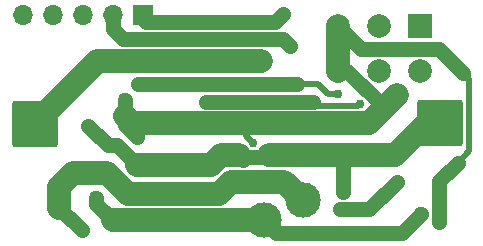
<source format=gbr>
%TF.GenerationSoftware,KiCad,Pcbnew,7.0.11+dfsg-1build4*%
%TF.CreationDate,2025-11-28T20:59:08+01:00*%
%TF.ProjectId,ParaMETEO-reset-adapter,50617261-4d45-4544-954f-2d7265736574,rev?*%
%TF.SameCoordinates,Original*%
%TF.FileFunction,Copper,L2,Bot*%
%TF.FilePolarity,Positive*%
%FSLAX46Y46*%
G04 Gerber Fmt 4.6, Leading zero omitted, Abs format (unit mm)*
G04 Created by KiCad (PCBNEW 7.0.11+dfsg-1build4) date 2025-11-28 20:59:08*
%MOMM*%
%LPD*%
G01*
G04 APERTURE LIST*
G04 Aperture macros list*
%AMRoundRect*
0 Rectangle with rounded corners*
0 $1 Rounding radius*
0 $2 $3 $4 $5 $6 $7 $8 $9 X,Y pos of 4 corners*
0 Add a 4 corners polygon primitive as box body*
4,1,4,$2,$3,$4,$5,$6,$7,$8,$9,$2,$3,0*
0 Add four circle primitives for the rounded corners*
1,1,$1+$1,$2,$3*
1,1,$1+$1,$4,$5*
1,1,$1+$1,$6,$7*
1,1,$1+$1,$8,$9*
0 Add four rect primitives between the rounded corners*
20,1,$1+$1,$2,$3,$4,$5,0*
20,1,$1+$1,$4,$5,$6,$7,0*
20,1,$1+$1,$6,$7,$8,$9,0*
20,1,$1+$1,$8,$9,$2,$3,0*%
G04 Aperture macros list end*
%TA.AperFunction,ComponentPad*%
%ADD10RoundRect,0.250002X-1.699998X-1.699998X1.699998X-1.699998X1.699998X1.699998X-1.699998X1.699998X0*%
%TD*%
%TA.AperFunction,ComponentPad*%
%ADD11R,1.700000X1.700000*%
%TD*%
%TA.AperFunction,ComponentPad*%
%ADD12O,1.700000X1.700000*%
%TD*%
%TA.AperFunction,ComponentPad*%
%ADD13R,2.000000X2.000000*%
%TD*%
%TA.AperFunction,ComponentPad*%
%ADD14C,2.000000*%
%TD*%
%TA.AperFunction,ComponentPad*%
%ADD15C,3.000000*%
%TD*%
%TA.AperFunction,ViaPad*%
%ADD16C,0.762000*%
%TD*%
%TA.AperFunction,ViaPad*%
%ADD17C,1.270000*%
%TD*%
%TA.AperFunction,Conductor*%
%ADD18C,0.508000*%
%TD*%
%TA.AperFunction,Conductor*%
%ADD19C,1.270000*%
%TD*%
%TA.AperFunction,Conductor*%
%ADD20C,2.032000*%
%TD*%
G04 APERTURE END LIST*
D10*
%TO.P,J4,1,Pin_1*%
%TO.N,/B+*%
X138650000Y-61900000D03*
%TD*%
%TO.P,J3,1,Pin_1*%
%TO.N,GND*%
X173000000Y-61850000D03*
%TD*%
D11*
%TO.P,J2,1,Pin_1*%
%TO.N,FOR_BOOT_OUT*%
X147810000Y-52700000D03*
D12*
%TO.P,J2,2,Pin_2*%
%TO.N,TO_BOOT_IN*%
X145270000Y-52700000D03*
%TO.P,J2,3,Pin_3*%
%TO.N,FOR_RESET_OUT*%
X142730000Y-52700000D03*
%TO.P,J2,4,Pin_4*%
%TO.N,TO_RESET_IN*%
X140190000Y-52700000D03*
%TO.P,J2,5,Pin_5*%
%TO.N,Net-(J2-Pin_5)*%
X137650000Y-52700000D03*
%TD*%
D13*
%TO.P,J1,1,Pin_1*%
%TO.N,unconnected-(J1-Pin_1-Pad1)*%
X171300000Y-53590000D03*
D14*
%TO.P,J1,2,Pin_2*%
%TO.N,unconnected-(J1-Pin_2-Pad2)*%
X171300000Y-57400000D03*
%TO.P,J1,3,Pin_3*%
%TO.N,unconnected-(J1-Pin_3-Pad3)*%
X167800000Y-53590000D03*
%TO.P,J1,4,Pin_4*%
%TO.N,unconnected-(J1-Pin_4-Pad4)*%
X167800000Y-57400000D03*
%TO.P,J1,5,Pin_5*%
%TO.N,GNDD*%
X164300000Y-53590000D03*
%TO.P,J1,6,Pin_6*%
X164300000Y-57400000D03*
%TD*%
D15*
%TO.P,TP1,1,1*%
%TO.N,Net-(R1-Pad2)*%
X161340800Y-68351400D03*
%TD*%
%TO.P,TP2,1,1*%
%TO.N,Net-(R9-Pad1)*%
X158064200Y-70053200D03*
%TD*%
D16*
%TO.N,BAT_BOOT*%
X169300000Y-66800000D03*
X164534079Y-69115921D03*
%TO.N,TO_RESET_IN*%
X164300000Y-59350000D03*
%TO.N,RESET*%
X166200000Y-60175000D03*
D17*
%TO.N,Net-(R9-Pad1)*%
X171350000Y-69500000D03*
%TO.N,TO_BOOT_IN*%
X160250000Y-55300000D03*
D16*
%TO.N,FOR_BOOT_OUT*%
X159700000Y-52550000D03*
%TO.N,RESET*%
X153150000Y-60000000D03*
%TO.N,TO_RESET_IN*%
X147400000Y-58500000D03*
%TO.N,GND*%
X164762500Y-67624658D03*
X143200000Y-62050000D03*
%TO.N,GNDD*%
X157150000Y-63500000D03*
D17*
X172900000Y-70200000D03*
%TO.N,/B+*%
X157850000Y-56600000D03*
X149200000Y-56600000D03*
%TO.N,GNDD*%
X146300000Y-59850000D03*
X147300000Y-63000000D03*
%TO.N,Net-(R1-Pad2)*%
X142650000Y-70900000D03*
%TO.N,Net-(R9-Pad1)*%
X143850000Y-68150000D03*
%TD*%
D18*
%TO.N,GNDD*%
X174950000Y-57600000D02*
X175425000Y-58075000D01*
X175425000Y-58075000D02*
X175425000Y-64225000D01*
X175425000Y-64225000D02*
X174475000Y-65175000D01*
D19*
X172915000Y-55565000D02*
X174950000Y-57600000D01*
D18*
%TO.N,RESET*%
X162200000Y-59999000D02*
X162581000Y-60380000D01*
X162581000Y-60380000D02*
X165995000Y-60380000D01*
X165995000Y-60380000D02*
X166200000Y-60175000D01*
D20*
%TO.N,GNDD*%
X166950000Y-61850000D02*
X168550000Y-60250000D01*
D19*
X164300000Y-57400000D02*
X165144684Y-57400000D01*
D20*
X168550000Y-60250000D02*
X169375000Y-59425000D01*
D19*
X165144684Y-57400000D02*
X167994684Y-60250000D01*
X167994684Y-60250000D02*
X168550000Y-60250000D01*
X166275000Y-55565000D02*
X172915000Y-55565000D01*
X164300000Y-53590000D02*
X166275000Y-55565000D01*
X172900000Y-70200000D02*
X172900000Y-66750000D01*
X172900000Y-66750000D02*
X174475000Y-65175000D01*
D20*
X146300000Y-61225000D02*
X146925000Y-61850000D01*
X146925000Y-61850000D02*
X166950000Y-61850000D01*
D19*
X146300000Y-59850000D02*
X146300000Y-61225000D01*
X146300000Y-61225000D02*
X146300000Y-62000000D01*
X146300000Y-62000000D02*
X147300000Y-63000000D01*
D18*
X157150000Y-63500000D02*
X156550000Y-62900000D01*
D20*
%TO.N,GND*%
X173000000Y-61850000D02*
X171911000Y-61850000D01*
X171911000Y-61850000D02*
X169193000Y-64568000D01*
X164875000Y-64568000D02*
X169193000Y-64568000D01*
D19*
X164762500Y-67624658D02*
X164762500Y-64680500D01*
D20*
X164875000Y-64568000D02*
X158459000Y-64568000D01*
D19*
X164762500Y-64680500D02*
X164875000Y-64568000D01*
X155925000Y-64568000D02*
X156073000Y-64716000D01*
X156073000Y-64716000D02*
X158459000Y-64716000D01*
X155925000Y-64568000D02*
X156306000Y-64949000D01*
D20*
X153564675Y-65400000D02*
X154396675Y-64568000D01*
X154396675Y-64568000D02*
X155925000Y-64568000D01*
X173000000Y-61850000D02*
X173516000Y-61334000D01*
%TO.N,GNDD*%
X164300000Y-53590000D02*
X164300000Y-57400000D01*
D19*
%TO.N,BAT_BOOT*%
X166984079Y-69115921D02*
X169300000Y-66800000D01*
X164534079Y-69115921D02*
X166984079Y-69115921D01*
D18*
%TO.N,TO_RESET_IN*%
X163500000Y-59350000D02*
X164300000Y-59350000D01*
X162650000Y-58500000D02*
X163500000Y-59350000D01*
X160900000Y-58500000D02*
X162650000Y-58500000D01*
D19*
X147400000Y-58500000D02*
X160900000Y-58500000D01*
%TO.N,Net-(R9-Pad1)*%
X169750000Y-71100000D02*
X171350000Y-69500000D01*
X162200000Y-71100000D02*
X169750000Y-71100000D01*
X158064200Y-70053200D02*
X159111000Y-71100000D01*
X159111000Y-71100000D02*
X162200000Y-71100000D01*
%TO.N,TO_BOOT_IN*%
X159699000Y-54749000D02*
X160250000Y-55300000D01*
X156050000Y-54749000D02*
X159699000Y-54749000D01*
%TO.N,FOR_BOOT_OUT*%
X158971000Y-53279000D02*
X159700000Y-52550000D01*
X151000000Y-53279000D02*
X158971000Y-53279000D01*
X147810000Y-53039000D02*
X148050000Y-53279000D01*
X147810000Y-52700000D02*
X147810000Y-53039000D01*
X148050000Y-53279000D02*
X151000000Y-53279000D01*
%TO.N,TO_BOOT_IN*%
X145270000Y-52700000D02*
X145270000Y-53902081D01*
X145270000Y-53902081D02*
X146116919Y-54749000D01*
X146116919Y-54749000D02*
X156050000Y-54749000D01*
%TO.N,RESET*%
X153150000Y-60000000D02*
X153151000Y-59999000D01*
X153151000Y-59999000D02*
X162200000Y-59999000D01*
D20*
%TO.N,GND*%
X147300000Y-65400000D02*
X153564675Y-65400000D01*
D19*
X144851000Y-63701000D02*
X145601000Y-63701000D01*
X143200000Y-62050000D02*
X144851000Y-63701000D01*
X145601000Y-63701000D02*
X147300000Y-65400000D01*
D20*
%TO.N,/B+*%
X149200000Y-56600000D02*
X143950000Y-56600000D01*
X143950000Y-56600000D02*
X138650000Y-61900000D01*
X149200000Y-56600000D02*
X157850000Y-56600000D01*
%TO.N,Net-(R1-Pad2)*%
X141900000Y-66050000D02*
X140750000Y-67200000D01*
X140750000Y-67200000D02*
X140750000Y-69000000D01*
D19*
X142650000Y-70900000D02*
X140750000Y-69000000D01*
%TO.N,Net-(R9-Pad1)*%
X143850000Y-68150000D02*
X143850000Y-68650000D01*
X143850000Y-68650000D02*
X145253200Y-70053200D01*
D20*
%TO.N,Net-(R1-Pad2)*%
X144750000Y-66050000D02*
X141900000Y-66050000D01*
X161340800Y-68351400D02*
X159789400Y-66800000D01*
X155321200Y-66800000D02*
X154300000Y-67821200D01*
X159789400Y-66800000D02*
X155321200Y-66800000D01*
X154300000Y-67821200D02*
X146521200Y-67821200D01*
X146521200Y-67821200D02*
X144750000Y-66050000D01*
%TO.N,Net-(R9-Pad1)*%
X158064200Y-70053200D02*
X145253200Y-70053200D01*
%TD*%
M02*

</source>
